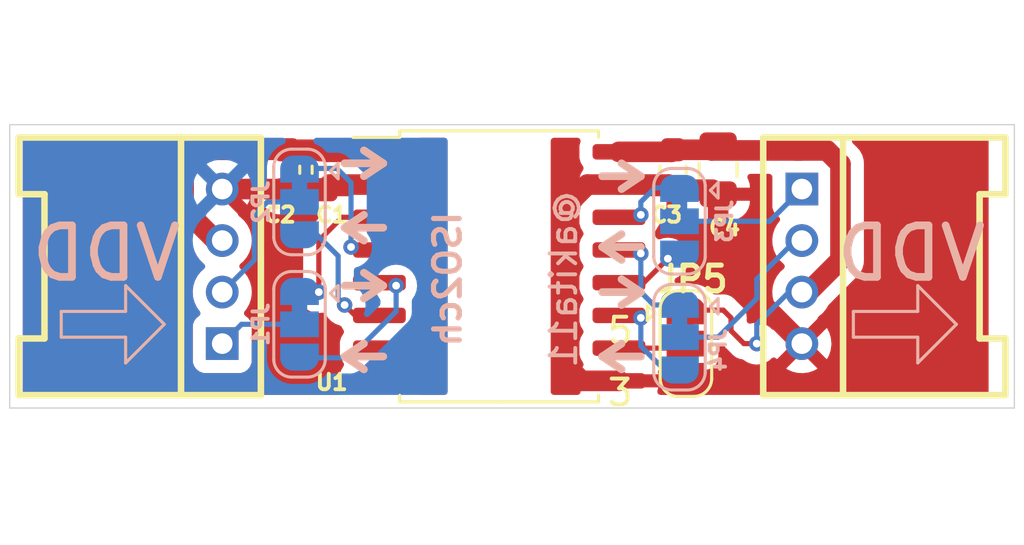
<source format=kicad_pcb>
(kicad_pcb (version 20211014) (generator pcbnew)
  (layers (0 "F.Cu" signal) (31 "B.Cu" signal) (34 "B.Paste" user) (35 "F.Paste" user) (36 "B.SilkS" user "B.Silkscreen") (37 "F.SilkS" user "F.Silkscreen") (38 "B.Mask" user) (39 "F.Mask" user) (44 "Edge.Cuts" user))
  (net 0 "")
  (net 1 "VDD")
  (net 2 "GND")
  (net 3 "VDDA")
  (net 4 "GNDPWR")
  (net 5 "/B1")
  (net 6 "/B2")
  (net 7 "/A1")
  (net 8 "/A2")
  (net 9 "/VO3")
  (net 10 "/VI1")
  (net 11 "/VO4")
  (net 12 "/VI2")
  (net 13 "/VI3")
  (net 14 "/VO1")
  (net 15 "/VI4")
  (net 16 "/VO2")
  (net 18 "/SEL")
  (footprint "akita:CON_GROVE_H" (layer "F.Cu") (at 8.25 5.5 90)
    (fp_text reference "CN2" hide)
    (fp_text value "CON_GROVE")
    (fp_line (start -5 1.5) (end 5 1.5) (layer "F.SilkS") (width 0.254))
    (fp_line (start 5 1.5) (end 5 -1.6) (layer "F.SilkS") (width 0.254))
    (fp_line (start 2.8 -6.9) (end 2.8 -7.9) (layer "F.SilkS") (width 0.254))
    (fp_line (start -5 -1.6) (end -5 1.5) (layer "F.SilkS") (width 0.254))
    (fp_line (start -5 -1) (end -5 1) (layer "F.SilkS") (width 0.127))
    (fp_line (start 2.8 -7.9) (end 5 -7.9) (layer "F.SilkS") (width 0.254))
    (fp_line (start 5 -1.6) (end 5 -7.9) (layer "F.SilkS") (width 0.254))
    (fp_line (start -2.8 -6.9) (end 2.8 -6.9) (layer "F.SilkS") (width 0.254))
    (fp_line (start -2.8 -7.9) (end -2.8 -6.9) (layer "F.SilkS") (width 0.254))
    (fp_line (start -5 -1.6) (end 5 -1.6) (layer "F.SilkS") (width 0.254))
    (fp_line (start -5 -7.9) (end -2.8 -7.9) (layer "F.SilkS") (width 0.254))
    (fp_line (start -5 -7.9) (end -5 -1.6) (layer "F.SilkS") (width 0.254))
    (pad "1" thru_hole rect (at -3 0 90) (size 1.27 1.27) (drill 0.8) (layers *.Cu *.Mask) (net 7 "/A1"))
    (pad "2" thru_hole circle (at -1 0 90) (size 1.27 1.27) (drill 0.8) (layers *.Cu *.Mask) (net 8 "/A2"))
    (pad "3" thru_hole circle (at 1 0 90) (size 1.27 1.27) (drill 0.8) (layers *.Cu *.Mask) (net 1 "VDD"))
    (pad "4" thru_hole circle (at 3 0 90) (size 1.27 1.27) (drill 0.8) (layers *.Cu *.Mask) (net 2 "GND"))
  )
  (footprint "akita:CON_GROVE_H" (layer "F.Cu") (at 30.75 5.5 -90)
    (fp_text reference "CN1" hide)
    (fp_text value "CON_GROVE")
    (fp_line (start 5 1.5) (end 5 -1.6) (layer "F.SilkS") (width 0.254))
    (fp_line (start -2.8 -7.9) (end -2.8 -6.9) (layer "F.SilkS") (width 0.254))
    (fp_line (start -5 1.5) (end 5 1.5) (layer "F.SilkS") (width 0.254))
    (fp_line (start -5 -1) (end -5 1) (layer "F.SilkS") (width 0.127))
    (fp_line (start -5 -1.6) (end -5 1.5) (layer "F.SilkS") (width 0.254))
    (fp_line (start -2.8 -6.9) (end 2.8 -6.9) (layer "F.SilkS") (width 0.254))
    (fp_line (start 2.8 -7.9) (end 5 -7.9) (layer "F.SilkS") (width 0.254))
    (fp_line (start -5 -1.6) (end 5 -1.6) (layer "F.SilkS") (width 0.254))
    (fp_line (start -5 -7.9) (end -5 -1.6) (layer "F.SilkS") (width 0.254))
    (fp_line (start 5 -1.6) (end 5 -7.9) (layer "F.SilkS") (width 0.254))
    (fp_line (start -5 -7.9) (end -2.8 -7.9) (layer "F.SilkS") (width 0.254))
    (fp_line (start 2.8 -6.9) (end 2.8 -7.9) (layer "F.SilkS") (width 0.254))
    (pad "1" thru_hole rect (at -3 0 270) (size 1.27 1.27) (drill 0.8) (layers *.Cu *.Mask) (net 5 "/B1"))
    (pad "2" thru_hole circle (at -1 0 270) (size 1.27 1.27) (drill 0.8) (layers *.Cu *.Mask) (net 6 "/B2"))
    (pad "3" thru_hole circle (at 1 0 270) (size 1.27 1.27) (drill 0.8) (layers *.Cu *.Mask) (net 3 "VDDA"))
    (pad "4" thru_hole circle (at 3 0 270) (size 1.27 1.27) (drill 0.8) (layers *.Cu *.Mask) (net 4 "GNDPWR"))
  )
  (footprint "Capacitor_SMD:C_0603_1608Metric" (layer "F.Cu") (at 25.75 1.75 -90)
    (fp_text reference "C3" (at 1.75 0.25) (layer "F.SilkS") (effects (font (size 0.6 0.6))))
    (fp_text value "0.1u")
    (fp_line (start -0.14058 -0.51) (end 0.14058 -0.51) (layer "F.SilkS") (width 0.12))
    (fp_line (start -0.14058 0.51) (end 0.14058 0.51) (layer "F.SilkS") (width 0.12))
    (pad "1" smd roundrect locked (at -0.775 0 270) (size 0.9 0.95) (layers "F.Cu" "F.Paste" "F.Mask") (net 3 "VDDA"))
    (pad "2" smd roundrect locked (at 0.775 0 270) (size 0.9 0.95) (layers "F.Cu" "F.Paste" "F.Mask") (net 4 "GNDPWR"))
  )
  (footprint "Jumper:SolderJumper-3_P1.3mm_Bridged12_RoundedPad1.0x1.5mm" (layer "F.Cu") (at 26.25 8.5 -90)
    (fp_text reference "JP5" (at -2.5 -0.25) (layer "F.SilkS") (effects (font (thickness 0.2))))
    (fp_text value "Jumper_3_Bridged12")
    (fp_poly (pts (xy -0.9 -0.3) (xy -0.4 -0.3) (xy -0.4 0.3) (xy -0.9 0.3)) (layer "F.Cu") (width 0) (fill solid))
    (fp_line (start -1.2 1.2) (end -1.5 1.5) (layer "F.SilkS") (width 0.12))
    (fp_line (start -1.2 1.2) (end -0.9 1.5) (layer "F.SilkS") (width 0.12))
    (fp_line (start 1.4 1) (end -1.4 1) (layer "F.SilkS") (width 0.12))
    (fp_line (start -1.5 1.5) (end -0.9 1.5) (layer "F.SilkS") (width 0.12))
    (fp_line (start -1.4 -1) (end 1.4 -1) (layer "F.SilkS") (width 0.12))
    (fp_line (start 2.05 -0.3) (end 2.05 0.3) (layer "F.SilkS") (width 0.12))
    (fp_line (start -2.05 0.3) (end -2.05 -0.3) (layer "F.SilkS") (width 0.12))
    (fp_arc (start 1.35 -1) (mid 1.844975 -0.794975) (end 2.05 -0.3) (layer "F.SilkS") (width 0.12))
    (fp_arc (start -1.35 1) (mid -1.844975 0.794975) (end -2.05 0.3) (layer "F.SilkS") (width 0.12))
    (fp_arc (start 2.05 0.3) (mid 1.844975 0.794975) (end 1.35 1) (layer "F.SilkS") (width 0.12))
    (fp_arc (start -2.05 -0.3) (mid -1.844975 -0.794975) (end -1.35 -1) (layer "F.SilkS") (width 0.12))
    (pad "1" smd custom locked (at -1.3 0 270) (size 1 0.5) (layers "F.Cu" "F.Mask") (net 3 "VDDA") (options (clearance outline) (anchor rect)) (primitives (gr_circle (center 0 0.25) (end 0.5 0.25) (width 0) (fill yes)) (gr_circle (center 0 -0.25) (end 0.5 -0.25) (width 0) (fill yes)) (gr_poly (pts (xy 0.55 0.75) (xy 0 0.75) (xy 0 -0.75) (xy 0.55 -0.75)) (width 0) (fill yes))))
    (pad "2" smd rect locked (at 0 0 270) (size 1 1.5) (layers "F.Cu" "F.Mask") (net 18 "/SEL"))
    (pad "3" smd custom locked (at 1.3 0 270) (size 1 0.5) (layers "F.Cu" "F.Mask") (net 4 "GNDPWR") (options (clearance outline) (anchor rect)) (primitives (gr_circle (center 0 0.25) (end 0.5 0.25) (width 0) (fill yes)) (gr_circle (center 0 -0.25) (end 0.5 -0.25) (width 0) (fill yes)) (gr_poly (pts (xy 0 0.75) (xy -0.55 0.75) (xy -0.55 -0.75) (xy 0 -0.75)) (width 0) (fill yes))))
  )
  (footprint "Capacitor_SMD:C_0805_2012Metric" (layer "F.Cu") (at 27.5 1.75 -90)
    (fp_text reference "C4" (at 2.25 -0.25) (layer "F.SilkS") (effects (font (size 0.6 0.6))))
    (fp_text value "47u")
    (fp_line (start -0.261252 -0.735) (end 0.261252 -0.735) (layer "F.SilkS") (width 0.12))
    (fp_line (start -0.261252 0.735) (end 0.261252 0.735) (layer "F.SilkS") (width 0.12))
    (pad "1" smd roundrect locked (at -0.95 0 270) (size 1 1.45) (layers "F.Cu" "F.Paste" "F.Mask") (net 3 "VDDA"))
    (pad "2" smd roundrect locked (at 0.95 0 270) (size 1 1.45) (layers "F.Cu" "F.Paste" "F.Mask") (net 4 "GNDPWR"))
  )
  (footprint "Capacitor_SMD:C_0603_1608Metric" (layer "F.Cu") (at 12.25 1.75 -90)
    (fp_text reference "C1" (at 1.75 -0.25) (layer "F.SilkS") (effects (font (size 0.6 0.6))))
    (fp_text value "10u")
    (fp_line (start -0.14058 0.51) (end 0.14058 0.51) (layer "F.SilkS") (width 0.12))
    (fp_line (start -0.14058 -0.51) (end 0.14058 -0.51) (layer "F.SilkS") (width 0.12))
    (pad "1" smd roundrect locked (at -0.775 0 270) (size 0.9 0.95) (layers "F.Cu" "F.Paste" "F.Mask") (net 1 "VDD"))
    (pad "2" smd roundrect locked (at 0.775 0 270) (size 0.9 0.95) (layers "F.Cu" "F.Paste" "F.Mask") (net 2 "GND"))
  )
  (footprint "Capacitor_SMD:C_0603_1608Metric" (layer "F.Cu") (at 10.75 1.75 -90)
    (fp_text reference "C2" (at 1.75 0.25) (layer "F.SilkS") (effects (font (size 0.6 0.6))))
    (fp_text value "0.1u")
    (fp_line (start -0.14058 0.51) (end 0.14058 0.51) (layer "F.SilkS") (width 0.12))
    (fp_line (start -0.14058 -0.51) (end 0.14058 -0.51) (layer "F.SilkS") (width 0.12))
    (pad "1" smd roundrect locked (at -0.775 0 270) (size 0.9 0.95) (layers "F.Cu" "F.Paste" "F.Mask") (net 1 "VDD"))
    (pad "2" smd roundrect locked (at 0.775 0 270) (size 0.9 0.95) (layers "F.Cu" "F.Paste" "F.Mask") (net 2 "GND"))
  )
  (footprint "Package_SO:SOIC-16W_7.5x10.3mm_P1.27mm" (layer "F.Cu") (at 19 5.5)
    (fp_text reference "U1" (at -6.5 4.5) (layer "F.SilkS") (effects (font (size 0.6 0.6))))
    (fp_text value "ISO_CA-IS3642")
    (fp_line (start -3.86 5.26) (end -3.86 5.005) (layer "F.SilkS") (width 0.12))
    (fp_line (start 0 5.26) (end 3.86 5.26) (layer "F.SilkS") (width 0.12))
    (fp_line (start 0 -5.26) (end -3.86 -5.26) (layer "F.SilkS") (width 0.12))
    (fp_line (start -3.86 -5.005) (end -5.675 -5.005) (layer "F.SilkS") (width 0.12))
    (fp_line (start 0 -5.26) (end 3.86 -5.26) (layer "F.SilkS") (width 0.12))
    (fp_line (start 3.86 5.26) (end 3.86 5.005) (layer "F.SilkS") (width 0.12))
    (fp_line (start 3.86 -5.26) (end 3.86 -5.005) (layer "F.SilkS") (width 0.12))
    (fp_line (start 0 5.26) (end -3.86 5.26) (layer "F.SilkS") (width 0.12))
    (fp_line (start -3.86 -5.26) (end -3.86 -5.005) (layer "F.SilkS") (width 0.12))
    (pad "1" smd roundrect locked (at -4.65 -4.445) (size 2.05 0.6) (layers "F.Cu" "F.Paste" "F.Mask") (net 1 "VDD"))
    (pad "2" smd roundrect locked (at -4.65 -3.175) (size 2.05 0.6) (layers "F.Cu" "F.Paste" "F.Mask") (net 2 "GND"))
    (pad "3" smd roundrect locked (at -4.65 -1.905) (size 2.05 0.6) (layers "F.Cu" "F.Paste" "F.Mask") (net 10 "/VI1"))
    (pad "4" smd roundrect locked (at -4.65 -0.635) (size 2.05 0.6) (layers "F.Cu" "F.Paste" "F.Mask") (net 12 "/VI2"))
    (pad "5" smd roundrect locked (at -4.65 0.635) (size 2.05 0.6) (layers "F.Cu" "F.Paste" "F.Mask") (net 9 "/VO3"))
    (pad "6" smd roundrect locked (at -4.65 1.905) (size 2.05 0.6) (layers "F.Cu" "F.Paste" "F.Mask") (net 11 "/VO4"))
    (pad "7" smd roundrect locked (at -4.65 3.175) (size 2.05 0.6) (layers "F.Cu" "F.Paste" "F.Mask"))
    (pad "8" smd roundrect locked (at -4.65 4.445) (size 2.05 0.6) (layers "F.Cu" "F.Paste" "F.Mask") (net 2 "GND"))
    (pad "9" smd roundrect locked (at 4.65 4.445) (size 2.05 0.6) (layers "F.Cu" "F.Paste" "F.Mask") (net 4 "GNDPWR"))
    (pad "10" smd roundrect locked (at 4.65 3.175) (size 2.05 0.6) (layers "F.Cu" "F.Paste" "F.Mask") (net 18 "/SEL"))
    (pad "11" smd roundrect locked (at 4.65 1.905) (size 2.05 0.6) (layers "F.Cu" "F.Paste" "F.Mask") (net 15 "/VI4"))
    (pad "12" smd roundrect locked (at 4.65 0.635) (size 2.05 0.6) (layers "F.Cu" "F.Paste" "F.Mask") (net 13 "/VI3"))
    (pad "13" smd roundrect locked (at 4.65 -0.635) (size 2.05 0.6) (layers "F.Cu" "F.Paste" "F.Mask") (net 16 "/VO2"))
    (pad "14" smd roundrect locked (at 4.65 -1.905) (size 2.05 0.6) (layers "F.Cu" "F.Paste" "F.Mask") (net 14 "/VO1"))
    (pad "15" smd roundrect locked (at 4.65 -3.175) (size 2.05 0.6) (layers "F.Cu" "F.Paste" "F.Mask") (net 4 "GNDPWR"))
    (pad "16" smd roundrect locked (at 4.65 -4.445) (size 2.05 0.6) (layers "F.Cu" "F.Paste" "F.Mask") (net 3 "VDDA"))
  )
  (footprint "Jumper:SolderJumper-3_P1.3mm_Bridged12_RoundedPad1.0x1.5mm" (layer "B.Cu") (at 11.25 7.75 -90)
    (fp_text reference "JP1" (at 0 1.5 90) (layer "B.SilkS") (effects (font (size 0.6 0.6)) (justify mirror)))
    (fp_text value "Jumper_3_Bridged12")
    (fp_poly (pts (xy -0.9 0.3) (xy -0.4 0.3) (xy -0.4 -0.3) (xy -0.9 -0.3)) (layer "B.Cu") (width 0) (fill solid))
    (fp_line (start -1.5 -1.5) (end -0.9 -1.5) (layer "B.SilkS") (width 0.12))
    (fp_line (start -1.2 -1.2) (end -1.5 -1.5) (layer "B.SilkS") (width 0.12))
    (fp_line (start -1.4 1) (end 1.4 1) (layer "B.SilkS") (width 0.12))
    (fp_line (start -1.2 -1.2) (end -0.9 -1.5) (layer "B.SilkS") (width 0.12))
    (fp_line (start 2.05 0.3) (end 2.05 -0.3) (layer "B.SilkS") (width 0.12))
    (fp_line (start 1.4 -1) (end -1.4 -1) (layer "B.SilkS") (width 0.12))
    (fp_line (start -2.05 -0.3) (end -2.05 0.3) (layer "B.SilkS") (width 0.12))
    (fp_arc (start 1.35 -1) (mid 1.844975 -0.794975) (end 2.05 -0.3) (layer "B.SilkS") (width 0.12))
    (fp_arc (start -1.35 1) (mid -1.844975 0.794975) (end -2.05 0.3) (layer "B.SilkS") (width 0.12))
    (fp_arc (start -2.05 -0.3) (mid -1.844975 -0.794975) (end -1.35 -1) (layer "B.SilkS") (width 0.12))
    (fp_arc (start 2.05 0.3) (mid 1.844975 0.794975) (end 1.35 1) (layer "B.SilkS") (width 0.12))
    (pad "1" smd custom locked (at -1.3 0 270) (size 1 0.5) (layers "B.Cu" "B.Mask") (net 10 "/VI1") (options (clearance outline) (anchor rect)) (primitives (gr_circle (center 0 -0.25) (end 0.5 -0.25) (width 0) (fill yes)) (gr_circle (center 0 0.25) (end 0.5 0.25) (width 0) (fill yes)) (gr_poly (pts (xy 0.55 0.75) (xy 0 0.75) (xy 0 -0.75) (xy 0.55 -0.75)) (width 0) (fill yes))))
    (pad "2" smd rect locked (at 0 0 270) (size 1 1.5) (layers "B.Cu" "B.Mask") (net 7 "/A1"))
    (pad "3" smd custom locked (at 1.3 0 270) (size 1 0.5) (layers "B.Cu" "B.Mask") (net 9 "/VO3") (options (clearance outline) (anchor rect)) (primitives (gr_circle (center 0 -0.25) (end 0.5 -0.25) (width 0) (fill yes)) (gr_circle (center 0 0.25) (end 0.5 0.25) (width 0) (fill yes)) (gr_poly (pts (xy 0 0.75) (xy -0.55 0.75) (xy -0.55 -0.75) (xy 0 -0.75)) (width 0) (fill yes))))
  )
  (footprint "Jumper:SolderJumper-3_P1.3mm_Bridged12_RoundedPad1.0x1.5mm" (layer "B.Cu") (at 26 3.75 -90)
    (fp_text reference "JP3" (at 0 -1.75 90) (layer "B.SilkS") (effects (font (size 0.6 0.6)) (justify mirror)))
    (fp_text value "Jumper_3_Bridged12")
    (fp_poly (pts (xy -0.9 0.3) (xy -0.4 0.3) (xy -0.4 -0.3) (xy -0.9 -0.3)) (layer "B.Cu") (width 0) (fill solid))
    (fp_line (start -1.2 -1.2) (end -0.9 -1.5) (layer "B.SilkS") (width 0.12))
    (fp_line (start 2.05 0.3) (end 2.05 -0.3) (layer "B.SilkS") (width 0.12))
    (fp_line (start -1.2 -1.2) (end -1.5 -1.5) (layer "B.SilkS") (width 0.12))
    (fp_line (start 1.4 -1) (end -1.4 -1) (layer "B.SilkS") (width 0.12))
    (fp_line (start -1.4 1) (end 1.4 1) (layer "B.SilkS") (width 0.12))
    (fp_line (start -2.05 -0.3) (end -2.05 0.3) (layer "B.SilkS") (width 0.12))
    (fp_line (start -1.5 -1.5) (end -0.9 -1.5) (layer "B.SilkS") (width 0.12))
    (fp_arc (start 2.05 0.3) (mid 1.844975 0.794975) (end 1.35 1) (layer "B.SilkS") (width 0.12))
    (fp_arc (start -1.35 1) (mid -1.844975 0.794975) (end -2.05 0.3) (layer "B.SilkS") (width 0.12))
    (fp_arc (start -2.05 -0.3) (mid -1.844975 -0.794975) (end -1.35 -1) (layer "B.SilkS") (width 0.12))
    (fp_arc (start 1.35 -1) (mid 1.844975 -0.794975) (end 2.05 -0.3) (layer "B.SilkS") (width 0.12))
    (pad "1" smd custom locked (at -1.3 0 270) (size 1 0.5) (layers "B.Cu" "B.Mask") (net 14 "/VO1") (options (clearance outline) (anchor rect)) (primitives (gr_circle (center 0 -0.25) (end 0.5 -0.25) (width 0) (fill yes)) (gr_circle (center 0 0.25) (end 0.5 0.25) (width 0) (fill yes)) (gr_poly (pts (xy 0.55 0.75) (xy 0 0.75) (xy 0 -0.75) (xy 0.55 -0.75)) (width 0) (fill yes))))
    (pad "2" smd rect locked (at 0 0 270) (size 1 1.5) (layers "B.Cu" "B.Mask") (net 5 "/B1"))
    (pad "3" smd custom locked (at 1.3 0 270) (size 1 0.5) (layers "B.Cu" "B.Mask") (net 13 "/VI3") (options (clearance outline) (anchor rect)) (primitives (gr_circle (center 0 -0.25) (end 0.5 -0.25) (width 0) (fill yes)) (gr_circle (center 0 0.25) (end 0.5 0.25) (width 0) (fill yes)) (gr_poly (pts (xy 0 0.75) (xy -0.55 0.75) (xy -0.55 -0.75) (xy 0 -0.75)) (width 0) (fill yes))))
  )
  (footprint "Jumper:SolderJumper-3_P1.3mm_Bridged12_RoundedPad1.0x1.5mm" (layer "B.Cu") (at 11.25 3 -90)
    (fp_text reference "JP2" (at 0 1.5 90) (layer "B.SilkS") (effects (font (size 0.6 0.6)) (justify mirror)))
    (fp_text value "Jumper_3_Bridged12")
    (fp_poly (pts (xy -0.9 0.3) (xy -0.4 0.3) (xy -0.4 -0.3) (xy -0.9 -0.3)) (layer "B.Cu") (width 0) (fill solid))
    (fp_line (start -1.2 -1.2) (end -0.9 -1.5) (layer "B.SilkS") (width 0.12))
    (fp_line (start -2.05 -0.3) (end -2.05 0.3) (layer "B.SilkS") (width 0.12))
    (fp_line (start 1.4 -1) (end -1.4 -1) (layer "B.SilkS") (width 0.12))
    (fp_line (start -1.5 -1.5) (end -0.9 -1.5) (layer "B.SilkS") (width 0.12))
    (fp_line (start -1.4 1) (end 1.4 1) (layer "B.SilkS") (width 0.12))
    (fp_line (start 2.05 0.3) (end 2.05 -0.3) (layer "B.SilkS") (width 0.12))
    (fp_line (start -1.2 -1.2) (end -1.5 -1.5) (layer "B.SilkS") (width 0.12))
    (fp_arc (start -2.05 -0.3) (mid -1.844975 -0.794975) (end -1.35 -1) (layer "B.SilkS") (width 0.12))
    (fp_arc (start 1.35 -1) (mid 1.844975 -0.794975) (end 2.05 -0.3) (layer "B.SilkS") (width 0.12))
    (fp_arc (start -1.35 1) (mid -1.844975 0.794975) (end -2.05 0.3) (layer "B.SilkS") (width 0.12))
    (fp_arc (start 2.05 0.3) (mid 1.844975 0.794975) (end 1.35 1) (layer "B.SilkS") (width 0.12))
    (pad "1" smd custom locked (at -1.3 0 270) (size 1 0.5) (layers "B.Cu" "B.Mask") (net 12 "/VI2") (options (clearance outline) (anchor rect)) (primitives (gr_circle (center 0 -0.25) (end 0.5 -0.25) (width 0) (fill yes)) (gr_circle (center 0 0.25) (end 0.5 0.25) (width 0) (fill yes)) (gr_poly (pts (xy 0.55 0.75) (xy 0 0.75) (xy 0 -0.75) (xy 0.55 -0.75)) (width 0) (fill yes))))
    (pad "2" smd rect locked (at 0 0 270) (size 1 1.5) (layers "B.Cu" "B.Mask") (net 8 "/A2"))
    (pad "3" smd custom locked (at 1.3 0 270) (size 1 0.5) (layers "B.Cu" "B.Mask") (net 11 "/VO4") (options (clearance outline) (anchor rect)) (primitives (gr_circle (center 0 -0.25) (end 0.5 -0.25) (width 0) (fill yes)) (gr_circle (center 0 0.25) (end 0.5 0.25) (width 0) (fill yes)) (gr_poly (pts (xy 0 0.75) (xy -0.55 0.75) (xy -0.55 -0.75) (xy 0 -0.75)) (width 0) (fill yes))))
  )
  (footprint "Jumper:SolderJumper-3_P1.3mm_Bridged12_RoundedPad1.0x1.5mm" (layer "B.Cu") (at 26 8.25 -90)
    (fp_text reference "JP4" (at 0.5 -1.5 90) (layer "B.SilkS") (effects (font (size 0.6 0.6)) (justify mirror)))
    (fp_text value "Jumper_3_Bridged12")
    (fp_poly (pts (xy -0.9 0.3) (xy -0.4 0.3) (xy -0.4 -0.3) (xy -0.9 -0.3)) (layer "B.Cu") (width 0) (fill solid))
    (fp_line (start -1.5 -1.5) (end -0.9 -1.5) (layer "B.SilkS") (width 0.12))
    (fp_line (start -2.05 -0.3) (end -2.05 0.3) (layer "B.SilkS") (width 0.12))
    (fp_line (start -1.2 -1.2) (end -1.5 -1.5) (layer "B.SilkS") (width 0.12))
    (fp_line (start -1.2 -1.2) (end -0.9 -1.5) (layer "B.SilkS") (width 0.12))
    (fp_line (start 2.05 0.3) (end 2.05 -0.3) (layer "B.SilkS") (width 0.12))
    (fp_line (start 1.4 -1) (end -1.4 -1) (layer "B.SilkS") (width 0.12))
    (fp_line (start -1.4 1) (end 1.4 1) (layer "B.SilkS") (width 0.12))
    (fp_arc (start 1.35 -1) (mid 1.844975 -0.794975) (end 2.05 -0.3) (layer "B.SilkS") (width 0.12))
    (fp_arc (start 2.05 0.3) (mid 1.844975 0.794975) (end 1.35 1) (layer "B.SilkS") (width 0.12))
    (fp_arc (start -1.35 1) (mid -1.844975 0.794975) (end -2.05 0.3) (layer "B.SilkS") (width 0.12))
    (fp_arc (start -2.05 -0.3) (mid -1.844975 -0.794975) (end -1.35 -1) (layer "B.SilkS") (width 0.12))
    (pad "1" smd custom locked (at -1.3 0 270) (size 1 0.5) (layers "B.Cu" "B.Mask") (net 16 "/VO2") (options (clearance outline) (anchor rect)) (primitives (gr_circle (center 0 -0.25) (end 0.5 -0.25) (width 0) (fill yes)) (gr_circle (center 0 0.25) (end 0.5 0.25) (width 0) (fill yes)) (gr_poly (pts (xy 0.55 0.75) (xy 0 0.75) (xy 0 -0.75) (xy 0.55 -0.75)) (width 0) (fill yes))))
    (pad "2" smd rect locked (at 0 0 270) (size 1 1.5) (layers "B.Cu" "B.Mask") (net 6 "/B2"))
    (pad "3" smd custom locked (at 1.3 0 270) (size 1 0.5) (layers "B.Cu" "B.Mask") (net 15 "/VI4") (options (clearance outline) (anchor rect)) (primitives (gr_circle (center 0 -0.25) (end 0.5 -0.25) (width 0) (fill yes)) (gr_circle (center 0 0.25) (end 0.5 0.25) (width 0) (fill yes)) (gr_poly (pts (xy 0 0.75) (xy -0.55 0.75) (xy -0.55 -0.75) (xy 0 -0.75)) (width 0) (fill yes))))
  )
  (gr_line (start 23.75 6) (end 24.5 6.5) (layer "B.SilkS") (width 0.3))
  (gr_line (start 23.75 4.25) (end 23 4.75) (layer "B.SilkS") (width 0.3))
  (gr_line (start 23.75 8.5) (end 23 9) (layer "B.SilkS") (width 0.3))
  (gr_line (start 35.25 7.25) (end 35.25 6.25) (layer "B.SilkS") (width 0.12))
  (gr_line (start 36.75 7.75) (end 35.25 9.25) (layer "B.SilkS") (width 0.12))
  (gr_line (start 23.75 5.25) (end 23 4.75) (layer "B.SilkS") (width 0.3))
  (gr_line (start 2 7.25) (end 4.5 7.25) (layer "B.SilkS") (width 0.12))
  (gr_line (start 23.75 7) (end 24.5 6.5) (layer "B.SilkS") (width 0.3))
  (gr_line (start 35.25 6.25) (end 36.75 7.75) (layer "B.SilkS") (width 0.12))
  (gr_line (start 4.5 6.25) (end 6 7.75) (layer "B.SilkS") (width 0.12))
  (gr_line (start 6 7.75) (end 4.5 9.25) (layer "B.SilkS") (width 0.12))
  (gr_line (start 23.75 9.5) (end 23 9) (layer "B.SilkS") (width 0.3))
  (gr_line (start 13 1.5) (end 14.5 1.5) (layer "B.SilkS") (width 0.3))
  (gr_line (start 23.75 2.5) (end 24.5 2) (layer "B.SilkS") (width 0.3))
  (gr_line (start 35.25 9.25) (end 35.25 8.25) (layer "B.SilkS") (width 0.12))
  (gr_line (start 24.5 9) (end 23 9) (layer "B.SilkS") (width 0.3))
  (gr_line (start 23 2) (end 24.5 2) (layer "B.SilkS") (width 0.3))
  (gr_line (start 4.5 7.25) (end 4.5 6.25) (layer "B.SilkS") (width 0.12))
  (gr_line (start 13 6.25) (end 14.5 6.25) (layer "B.SilkS") (width 0.3))
  (gr_line (start 32.75 8.25) (end 32.75 7.25) (layer "B.SilkS") (width 0.12))
  (gr_line (start 13.75 2) (end 14.5 1.5) (layer "B.SilkS") (width 0.3))
  (gr_line (start 4.5 9.25) (end 4.5 8.25) (layer "B.SilkS") (width 0.12))
  (gr_line (start 13.75 1) (end 14.5 1.5) (layer "B.SilkS") (width 0.3))
  (gr_line (start 13.75 6.75) (end 14.5 6.25) (layer "B.SilkS") (width 0.3))
  (gr_line (start 23.75 1.5) (end 24.5 2) (layer "B.SilkS") (width 0.3))
  (gr_line (start 35.25 8.25) (end 32.75 8.25) (layer "B.SilkS") (width 0.12))
  (gr_line (start 13.75 3.5) (end 13 4) (layer "B.SilkS") (width 0.3))
  (gr_line (start 13.75 9.5) (end 13 9) (layer "B.SilkS") (width 0.3))
  (gr_line (start 2 8.25) (end 2 7.25) (layer "B.SilkS") (width 0.12))
  (gr_line (start 32.75 7.25) (end 35.25 7.25) (layer "B.SilkS") (width 0.12))
  (gr_line (start 13.75 5.75) (end 14.5 6.25) (layer "B.SilkS") (width 0.3))
  (gr_line (start 14.5 4) (end 13 4) (layer "B.SilkS") (width 0.3))
  (gr_line (start 13.75 8.5) (end 13 9) (layer "B.SilkS") (width 0.3))
  (gr_line (start 14.5 9) (end 13 9) (layer "B.SilkS") (width 0.3))
  (gr_line (start 13.75 4.5) (end 13 4) (layer "B.SilkS") (width 0.3))
  (gr_line (start 4.5 8.25) (end 2 8.25) (layer "B.SilkS") (width 0.12))
  (gr_line (start 24.5 4.75) (end 23 4.75) (layer "B.SilkS") (width 0.3))
  (gr_line (start 23 6.5) (end 24.5 6.5) (layer "B.SilkS") (width 0.3))
  (gr_line (start 39 11) (end 0 11) (layer "Edge.Cuts") (width 0.05))
  (gr_line (start 39 0) (end 39 11) (layer "Edge.Cuts") (width 0.05))
  (gr_line (start 0 11) (end 0 0) (layer "Edge.Cuts") (width 0.05))
  (gr_line (start 0 0) (end 39 0) (layer "Edge.Cuts") (width 0.05))
  (gr_text "VDD" (at 35 5) (layer "B.SilkS") (effects (font (size 2 2) (thickness 0.3)) (justify mirror)))
  (gr_text "VDD" (at 3.75 5) (layer "B.SilkS") (effects (font (size 2 2) (thickness 0.3)) (justify mirror)))
  (gr_text "ISO2ch" (at 17 6 90) (layer "B.SilkS") (effects (font (size 1 1) (thickness 0.2)) (justify mirror)))
  (gr_text "@akita11" (at 21.5 6 90) (layer "B.SilkS") (effects (font (size 1 1)) (justify mirror)))
  (gr_text "3" (at 23.7 10.4) (layer "F.SilkS") (effects (font (size 1 1))))
  (gr_text "5\n" (at 23.7 8) (layer "F.SilkS") (effects (font (size 1 1))))
  (segment (start 6.75 3.25) (end 8 4.5) (width 0.8) (layer "F.Cu") (net 1))
  (segment (start 14.35 1.055) (end 12.305 1.055) (width 0.8) (layer "F.Cu") (net 1))
  (segment (start 10.775 0.975) (end 10.75 1) (width 0.8) (layer "F.Cu") (net 1))
  (segment (start 8 4.5) (end 8.25 4.5) (width 0.8) (layer "F.Cu") (net 1))
  (segment (start 10.75 0.975) (end 7.525 0.975) (width 0.8) (layer "F.Cu") (net 1))
  (segment (start 12.305 1.055) (end 12.25 1) (width 0.8) (layer "F.Cu") (net 1))
  (segment (start 7.525 0.975) (end 6.75 1.75) (width 0.8) (layer "F.Cu") (net 1))
  (segment (start 6.75 1.75) (end 6.75 3.25) (width 0.8) (layer "F.Cu") (net 1))
  (segment (start 12.25 0.975) (end 10.775 0.975) (width 0.8) (layer "F.Cu") (net 1))
  (segment (start 14.35 2.325) (end 16.075 2.325) (width 0.8) (layer "F.Cu") (net 2))
  (segment (start 16.5 2.75) (end 16.5 9.75) (width 0.8) (layer "F.Cu") (net 2))
  (segment (start 8.25 2.5) (end 10.75 2.5) (width 0.8) (layer "F.Cu") (net 2))
  (segment (start 16.075 2.325) (end 16.5 2.75) (width 0.8) (layer "F.Cu") (net 2))
  (segment (start 10.75 2.525) (end 12.225 2.525) (width 0.8) (layer "F.Cu") (net 2))
  (segment (start 12.425 2.325) (end 12.25 2.5) (width 0.8) (layer "F.Cu") (net 2))
  (segment (start 16.305 9.945) (end 16.5 9.75) (width 0.8) (layer "F.Cu") (net 2))
  (segment (start 14.35 9.945) (end 16.305 9.945) (width 0.8) (layer "F.Cu") (net 2))
  (segment (start 14.35 2.325) (end 12.425 2.325) (width 0.8) (layer "F.Cu") (net 2))
  (segment (start 27.7 7.2) (end 26.25 7.2) (width 0.2) (layer "F.Cu") (net 3))
  (segment (start 30.75 6.5) (end 31 6.5) (width 0.8) (layer "F.Cu") (net 3))
  (segment (start 23.65 1.055) (end 25.695 1.055) (width 0.8) (layer "F.Cu") (net 3))
  (segment (start 28.5 8.5) (end 28 8) (width 0.2) (layer "F.Cu") (net 3))
  (segment (start 27.225 0.975) (end 25.75 0.975) (width 0.8) (layer "F.Cu") (net 3))
  (segment (start 32.25 5.25) (end 32.25 1.530978) (width 0.8) (layer "F.Cu") (net 3))
  (segment (start 32.25 1.530978) (end 31.719022 1) (width 0.8) (layer "F.Cu") (net 3))
  (segment (start 31 6.5) (end 32.25 5.25) (width 0.8) (layer "F.Cu") (net 3))
  (segment (start 29 8.5) (end 28.5 8.5) (width 0.2) (layer "F.Cu") (net 3))
  (segment (start 27.25 1) (end 27.225 0.975) (width 0.8) (layer "F.Cu") (net 3))
  (segment (start 30.719022 1) (end 27.25 1) (width 0.8) (layer "F.Cu") (net 3))
  (segment (start 28 7.5) (end 27.7 7.2) (width 0.2) (layer "F.Cu") (net 3))
  (segment (start 25.695 1.055) (end 25.75 1) (width 0.8) (layer "F.Cu") (net 3))
  (segment (start 28 8) (end 28 7.5) (width 0.2) (layer "F.Cu") (net 3))
  (segment (start 31.719022 1) (end 30.5 1) (width 0.8) (layer "F.Cu") (net 3))
  (via (at 29 8.5) (size 0.6) (drill 0.3) (layers "F.Cu" "B.Cu") (net 3))
  (segment (start 29 7.75) (end 30.25 6.5) (width 0.2) (layer "B.Cu") (net 3))
  (segment (start 30.25 6.5) (end 30.75 6.5) (width 0.2) (layer "B.Cu") (net 3))
  (segment (start 29 8.5) (end 29 7.75) (width 0.2) (layer "B.Cu") (net 3))
  (segment (start 23.65 9.945) (end 26.055 9.945) (width 0.2) (layer "F.Cu") (net 4))
  (segment (start 22.195 9.945) (end 23.65 9.945) (width 0.8) (layer "F.Cu") (net 4))
  (segment (start 21.695 9.445) (end 22.195 9.945) (width 0.8) (layer "F.Cu") (net 4))
  (segment (start 25.575 2.325) (end 25.75 2.5) (width 0.8) (layer "F.Cu") (net 4))
  (segment (start 23.65 2.325) (end 22.425 2.325) (width 0.8) (layer "F.Cu") (net 4))
  (segment (start 22.425 2.325) (end 21.695 3.055) (width 0.8) (layer "F.Cu") (net 4))
  (segment (start 27.5 2.7) (end 27.5 5.25) (width 0.8) (layer "F.Cu") (net 4))
  (segment (start 27.5 5.25) (end 30.75 8.5) (width 0.8) (layer "F.Cu") (net 4))
  (segment (start 23.65 2.325) (end 25.575 2.325) (width 0.8) (layer "F.Cu") (net 4))
  (segment (start 26.25 9.8) (end 29.5 9.8) (width 0.2) (layer "F.Cu") (net 4))
  (segment (start 21.695 3.055) (end 21.695 9.445) (width 0.8) (layer "F.Cu") (net 4))
  (segment (start 29.45 9.8) (end 30.75 8.5) (width 0.2) (layer "F.Cu") (net 4))
  (segment (start 26.055 9.945) (end 26.25 9.75) (width 0.2) (layer "F.Cu") (net 4))
  (segment (start 27.275 2.525) (end 27.5 2.75) (width 0.8) (layer "F.Cu") (net 4))
  (segment (start 25.75 2.525) (end 27.275 2.525) (width 0.8) (layer "F.Cu") (net 4))
  (segment (start 29.5 3.75) (end 30.75 2.5) (width 0.2) (layer "B.Cu") (net 5))
  (segment (start 26 3.75) (end 29.5 3.75) (width 0.2) (layer "B.Cu") (net 5))
  (segment (start 27.5 8.25) (end 29 6.75) (width 0.2) (layer "B.Cu") (net 6))
  (segment (start 29 6.75) (end 29 6) (width 0.2) (layer "B.Cu") (net 6))
  (segment (start 26 8.25) (end 27.5 8.25) (width 0.2) (layer "B.Cu") (net 6))
  (segment (start 30.5 4.5) (end 30.75 4.5) (width 0.2) (layer "B.Cu") (net 6))
  (segment (start 29 6) (end 30.5 4.5) (width 0.2) (layer "B.Cu") (net 6))
  (segment (start 11.25 7.75) (end 9 7.75) (width 0.2) (layer "B.Cu") (net 7))
  (segment (start 9 7.75) (end 8.25 8.5) (width 0.2) (layer "B.Cu") (net 7))
  (segment (start 10 3) (end 11.25 3) (width 0.2) (layer "B.Cu") (net 8))
  (segment (start 9.5 5.25) (end 9.5 3.5) (width 0.2) (layer "B.Cu") (net 8))
  (segment (start 8.25 6.5) (end 9.5 5.25) (width 0.2) (layer "B.Cu") (net 8))
  (segment (start 9.5 3.5) (end 10 3) (width 0.2) (layer "B.Cu") (net 8))
  (via (at 15 6.25) (size 0.6) (drill 0.3) (layers "F.Cu" "B.Cu") (net 9))
  (segment (start 13.2 9.05) (end 11.25 9.05) (width 0.2) (layer "B.Cu") (net 9))
  (segment (start 15 7.25) (end 13.2 9.05) (width 0.2) (layer "B.Cu") (net 9))
  (segment (start 15 6.25) (end 15 7.25) (width 0.2) (layer "B.Cu") (net 9))
  (segment (start 12 6.5) (end 12 4.5) (width 0.2) (layer "F.Cu") (net 10))
  (segment (start 12.905 3.595) (end 14.35 3.595) (width 0.2) (layer "F.Cu") (net 10))
  (segment (start 12 4.5) (end 12.905 3.595) (width 0.2) (layer "F.Cu") (net 10))
  (via (at 12 6.5) (size 0.6) (drill 0.3) (layers "F.Cu" "B.Cu") (net 10))
  (segment (start 12 6.5) (end 11.25 6.5) (width 0.2) (layer "B.Cu") (net 10))
  (segment (start 13.405 7.405) (end 13 7) (width 0.2) (layer "F.Cu") (net 11))
  (segment (start 14.35 7.405) (end 13.405 7.405) (width 0.2) (layer "F.Cu") (net 11))
  (via (at 13 7) (size 0.6) (drill 0.3) (layers "F.Cu" "B.Cu") (net 11))
  (segment (start 12.75 5.097838) (end 11.902162 4.25) (width 0.2) (layer "B.Cu") (net 11))
  (segment (start 12.75 6.75) (end 12.75 5.097838) (width 0.2) (layer "B.Cu") (net 11))
  (segment (start 13 7) (end 12.75 6.75) (width 0.2) (layer "B.Cu") (net 11))
  (segment (start 11.902162 4.25) (end 11.25 4.25) (width 0.2) (layer "B.Cu") (net 11))
  (segment (start 14.35 4.865) (end 13.365 4.865) (width 0.2) (layer "F.Cu") (net 12))
  (segment (start 13.365 4.865) (end 13.25 4.75) (width 0.2) (layer "F.Cu") (net 12))
  (via (at 13.25 4.75) (size 0.6) (drill 0.3) (layers "F.Cu" "B.Cu") (net 12))
  (segment (start 13.25 2.25) (end 13.25 4.75) (width 0.2) (layer "B.Cu") (net 12))
  (segment (start 12.7 1.7) (end 13.25 2.25) (width 0.2) (layer "B.Cu") (net 12))
  (segment (start 11.25 1.7) (end 12.7 1.7) (width 0.2) (layer "B.Cu") (net 12))
  (segment (start 23.65 6.135) (end 24.615 6.135) (width 0.2) (layer "F.Cu") (net 13))
  (segment (start 24.615 6.135) (end 25.548911 5.201089) (width 0.2) (layer "F.Cu") (net 13))
  (via (at 25.548911 5.201089) (size 0.6) (drill 0.3) (layers "F.Cu" "B.Cu") (net 13))
  (segment (start 26 5.05) (end 25.7 5.05) (width 0.2) (layer "B.Cu") (net 13))
  (segment (start 25.7 5.05) (end 25.548911 5.201089) (width 0.2) (layer "B.Cu") (net 13))
  (segment (start 23.65 3.595) (end 24.405 3.595) (width 0.2) (layer "F.Cu") (net 14))
  (segment (start 24.405 3.595) (end 24.5 3.5) (width 0.2) (layer "F.Cu") (net 14))
  (via (at 24.5 3.5) (size 0.6) (drill 0.3) (layers "F.Cu" "B.Cu") (net 14))
  (segment (start 24.5 3) (end 24.5 3.5) (width 0.2) (layer "B.Cu") (net 14))
  (segment (start 25.05 2.45) (end 24.5 3) (width 0.2) (layer "B.Cu") (net 14))
  (segment (start 26 2.45) (end 25.05 2.45) (width 0.2) (layer "B.Cu") (net 14))
  (via (at 24.5 7.5) (size 0.6) (drill 0.3) (layers "F.Cu" "B.Cu") (net 15))
  (segment (start 26 9.55) (end 25.450978 9.55) (width 0.2) (layer "B.Cu") (net 15))
  (segment (start 24.5 8.599022) (end 24.5 7.5) (width 0.2) (layer "B.Cu") (net 15))
  (segment (start 25.450978 9.55) (end 24.5 8.599022) (width 0.2) (layer "B.Cu") (net 15))
  (segment (start 23.65 4.865) (end 24.365 4.865) (width 0.2) (layer "F.Cu") (net 16))
  (segment (start 24.365 4.865) (end 24.5 5) (width 0.2) (layer "F.Cu") (net 16))
  (via (at 24.5 5) (size 0.6) (drill 0.3) (layers "F.Cu" "B.Cu") (net 16))
  (segment (start 24.5 5) (end 24.5 6.5) (width 0.2) (layer "B.Cu") (net 16))
  (segment (start 25 7) (end 26 7) (width 0.2) (layer "B.Cu") (net 16))
  (segment (start 24.5 6.5) (end 25 7) (width 0.2) (layer "B.Cu") (net 16))
  (segment (start 26.075 8.675) (end 26.25 8.5) (width 0.2) (layer "F.Cu") (net 18))
  (segment (start 23.65 8.675) (end 26.075 8.675) (width 0.2) (layer "F.Cu") (net 18))
  (zone (net 2) (net_name "GND") (layers F&B.Cu) (connect_pads (clearance 0.508)) (min_thickness 0.254) (fill yes (thermal_gap 0.508) (thermal_bridge_width 0.508))
    (polygon (pts (xy 17 11) (xy 0 11) (xy 0 0) (xy 17 0)))
  )
  (zone (net 4) (net_name "GNDPWR") (layer "F.Cu") (connect_pads (clearance 0.508)) (min_thickness 0.254) (fill yes (thermal_gap 0.508) (thermal_bridge_width 0.508))
    (polygon (pts (xy 38 11) (xy 21 11) (xy 21 0) (xy 38 0)))
  )
)
</source>
